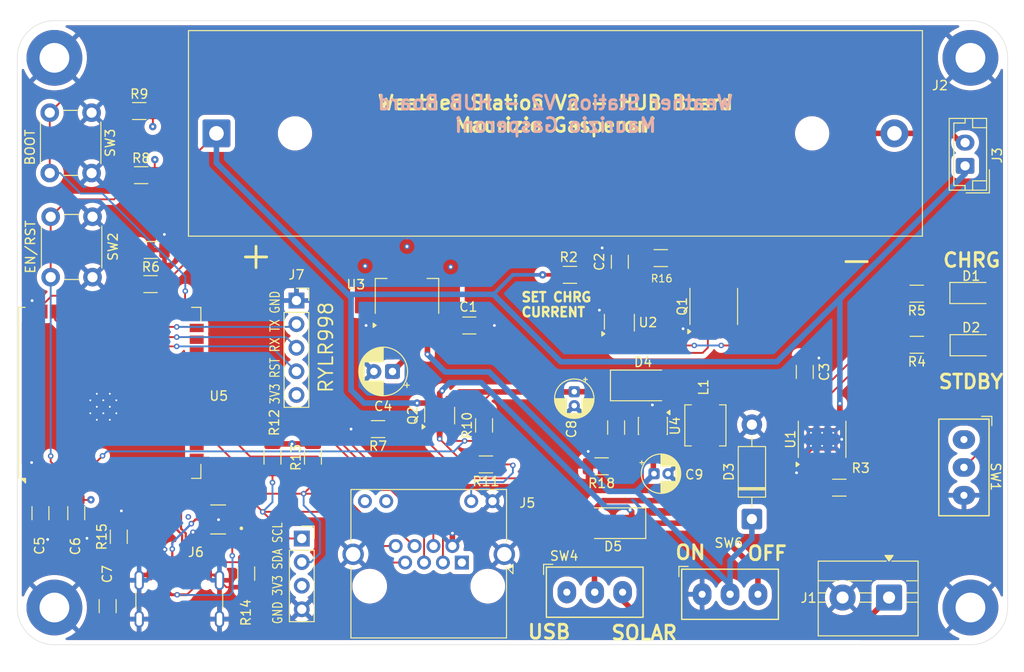
<source format=kicad_pcb>
(kicad_pcb (version 20241229) (generator "pcbnew") (generator_version "9.0")
  (title_block (title "Weather Station V2 PCB") (date "2025-11-13") (rev "2"))
  (layers (0 "F.Cu" signal) (4 "In1.Cu" power "GND.Cu") (6 "In2.Cu" mixed "PWR.Cu") (2 "B.Cu" signal) (13 "F.Paste" user) (15 "B.Paste" user) (5 "F.SilkS" user "F.Silkscreen") (7 "B.SilkS" user "B.Silkscreen") (1 "F.Mask" user) (3 "B.Mask" user) (25 "Edge.Cuts" user))
  (net 0 "")
  (net 1 "GND")
  (net 2 "Net-(U2-VCC)")
  (net 3 "Net-(D1-K)")
  (net 4 "Net-(D1-A)")
  (net 5 "Net-(D2-K)")
  (net 6 "Net-(D5-K)")
  (net 7 "Net-(J1-Pin_1)")
  (net 8 "/BAT+")
  (net 9 "/BAT-")
  (net 10 "Net-(Q2B-S)")
  (net 11 "/W_SPEED")
  (net 12 "/SDA")
  (net 13 "/SCL")
  (net 14 "/Vin")
  (net 15 "+3V3")
  (net 16 "Net-(J6-CC1)")
  (net 18 "Net-(J6-CC2)")
  (net 20 "/RST")
  (net 21 "/TXD0")
  (net 22 "/RXD0")
  (net 23 "Net-(Q1B-S2)")
  (net 24 "Net-(Q1A-G1)")
  (net 25 "Net-(Q1B-G2)")
  (net 26 "/SENSOR_EN")
  (net 27 "/VBAT")
  (net 28 "Net-(U2-CS)")
  (net 29 "Net-(U1-PROG)")
  (net 30 "/D-")
  (net 31 "/D+")
  (net 32 "/EN")
  (net 33 "/IO0")
  (net 51 "Net-(SW4-A)")
  (net 53 "/STDBY")
  (net 54 "/CHRG")
  (net 56 "Net-(J5-Pad10)")
  (net 58 "+5V")
  (net 60 "unconnected-(U5-IO16-Pad9)")
  (net 62 "unconnected-(U5-IO8-Pad12)")
  (net 63 "unconnected-(U5-IO7-Pad7)")
  (net 64 "/GPIO11")
  (net 65 "/GPIO13")
  (net 66 "/GPIO12")
  (net 68 "Net-(U4-FB)")
  (net 70 "Net-(D4-A)")
  (net 71 "/PWR_ToSensors")
  (footprint "PCM_SL_Mechanical:MountingHole_3.2mm_Pad" (layer "F.Cu") (at 190.9875 61.8)
    (property "Reference" "H3" (hide yes))
    (property "Value" "MountingHole_M3_3.2mm_Pad" (hide yes))
  )
  (footprint "RF_Module:ESP32-S3-WROOM-1U" (layer "F.Cu") (at 98.4375 97.85 90)
    (property "Reference" "U5")
    (property "Value" "ESP32-S3-WROOM-1U" (hide yes))
  )
  (footprint "Capacitor_SMD:C_1206_3216Metric" (layer "F.Cu") (at 94.8375 110.8 -90)
    (property "Reference" "C6")
    (property "Value" "1u")
  )
  (footprint "PCM_SL_Mechanical:MountingHole_3.2mm_Pad" (layer "F.Cu") (at 92.4875 120.95)
    (property "Reference" "H2" (hide yes))
    (property "Value" "MountingHole_M3_3.2mm_Pad" (hide yes))
  )
  (footprint "Package_TO_SOT_SMD:SOT-23-6_Handsoldering" (layer "F.Cu") (at 133.9125 100.3 90)
    (property "Reference" "Q2")
    (property "Value" "DMP2240UDM-7" (hide yes))
  )
  (footprint "Resistor_SMD:R_1206_3216Metric" (layer "F.Cu") (at 185.225 92.675 180)
    (property "Reference" "R4")
    (property "Value" "330" (hide yes))
  )
  (footprint "Capacitor_SMD:C_1206_3216Metric" (layer "F.Cu") (at 90.9875 110.8 -90)
    (property "Reference" "C5")
    (property "Value" "0,22u")
  )
  (footprint "Capacitor_THT:CP_Radial_D4.0mm_P1.50mm" (layer "F.Cu") (at 148.3875 97.727401 -90)
    (property "Reference" "C8")
    (property "Value" "22uF" (hide yes))
  )
  (footprint "Package_TO_SOT_SMD:SOT-23-6" (layer "F.Cu") (at 156.8375 101.4125 -90)
    (property "Reference" "U4")
    (property "Value" "MT3608" (hide yes))
  )
  (footprint "Button_Switch_THT:SW_PUSH_6mm" (layer "F.Cu") (at 92.0875 85.4 90)
    (property "Reference" "SW2")
    (property "Value" "EN/RST")
  )
  (footprint "PCM_SL_Mechanical:MountingHole_3.2mm_Pad" (layer "F.Cu") (at 92.4875 61.8)
    (property "Reference" "H1" (hide yes))
    (property "Value" "MountingHole_M3_3.2mm_Pad" (hide yes))
  )
  (footprint "Package_SO:SOIC-8-1EP_3.9x4.9mm_P1.27mm_EP2.41x3.3mm_ThermalVias" (layer "F.Cu") (at 175.0375 102.85 90)
    (property "Reference" "U1")
    (property "Value" "TP4056")
  )
  (footprint "Battery:BatteryHolder_MPD_BH-18650-PC" (layer "F.Cu") (at 109.9125 69.925)
    (property "Reference" "J2")
    (property "Value" "18650")
  )
  (footprint "Resistor_SMD:R_1206_3216Metric" (layer "F.Cu") (at 102.825 86.15)
    (property "Reference" "R1" (hide yes))
    (property "Value" "5.1K")
  )
  (footprint "Resistor_SMD:R_1206_3216Metric" (layer "F.Cu") (at 102.8625 82.475 180)
    (property "Reference" "R6")
    (property "Value" "18K")
  )
  (footprint "Capacitor_SMD:C_1206_3216Metric" (layer "F.Cu") (at 173.1725 95.6 90)
    (property "Reference" "C3")
    (property "Value" "0.1u")
  )
  (footprint "Capacitor_SMD:C_1206_3216Metric" (layer "F.Cu") (at 98.2125 120.8 90)
    (property "Reference" "C7")
    (property "Value" "0.1u")
  )
  (footprint "Capacitor_THT:CP_Radial_D4.0mm_P1.50mm" (layer "F.Cu") (at 156.964901 106.55)
    (property "Reference" "C9")
    (property "Value" "22uF" (hide yes))
  )
  (footprint "PCM_SL_Mechanical:MountingHole_3.2mm_Pad" (layer "F.Cu") (at 190.9875 120.95)
    (property "Reference" "H4" (hide yes))
    (property "Value" "MountingHole_M3_3.2mm_Pad" (hide yes))
  )
  (footprint "Resistor_SMD:R_1206_3216Metric" (layer "F.Cu") (at 101.8125 74.425)
    (property "Reference" "R8")
    (property "Value" "10K")
  )
  (footprint "Capacitor_THT:CP_Radial_D5.0mm_P2.00mm" (layer "F.Cu") (at 128.842613 95.55 180)
    (property "Reference" "C4")
    (property "Value" "10uF" (hide yes))
  )
  (footprint "TerminalBlock:TerminalBlock_MaiXu_MX126-5.0-02P_1x02_P5.00mm" (layer "F.Cu") (at 182.2375 119.875 180)
    (property "Reference" "J1")
    (property "Value" "SOLAR IN")
  )
  (footprint "Resistor_SMD:R_1206_3216Metric" (layer "F.Cu") (at 157.6875 83.35)
    (property "Reference" "R16" (hide yes))
    (property "Value" "5K" (hide yes))
  )
  (footprint "Resistor_SMD:R_1206_3216Metric" (layer "F.Cu") (at 138.6875 101.35 90)
    (property "Reference" "R10")
    (property "Value" "10K")
  )
  (footprint "Resistor_SMD:R_1206_3216Metric" (layer "F.Cu") (at 176.8875 108.05)
    (property "Reference" "R3")
    (property "Value" "1K" (hide yes))
  )
  (footprint "Capacitor_SMD:C_1206_3216Metric" (layer "F.Cu") (at 153.2875 83.75 90)
    (property "Reference" "C2")
    (property "Value" "0.1u" (hide yes))
  )
  (footprint "Resistor_SMD:R_1206_3216Metric" (layer "F.Cu") (at 185.2125 87.175 180)
    (property "Reference" "R5")
    (property "Value" "330" (hide yes))
  )
  (footprint "Package_TO_SOT_SMD:SOT-23-6_Handsoldering" (layer "F.Cu") (at 153.2375 90.3 90)
    (property "Reference" "U2")
    (property "Value" "DW01A" (hide yes))
  )
  (footprint "Resistor_SMD:R_1206_3216Metric" (layer "F.Cu") (at 120.2875 104.8 90)
    (property "Reference" "R13")
    (property "Value" "4.7K" (hide yes))
  )
  (footprint "Capacitor_SMD:C_1206_3216Metric" (layer "F.Cu") (at 137.1 90.6)
    (property "Reference" "C1")
    (property "Value" "10uF")
  )
  (footprint "Connector_RJ:RJ45_Amphenol_RJHSE538X" (layer "F.Cu") (at 136.2975 116.11 180)
    (property "Reference" "J5")
    (property "Value" "SENSORS")
  )
  (footprint "Resistor_SMD:R_1206_3216Metric" (layer "F.Cu") (at 152.8875 101.5875 -90)
    (property "Reference" "R17" (hide yes))
    (property "Value" "150K" (hide yes))
  )
  (footprint "Package_SO:SOIC-8_3.9x4.9mm_P1.27mm" (layer "F.Cu") (at 163.3875 88.55 90)
    (property "Reference" "Q1")
    (property "Value" "AO4842")
  )
  (footprint "Button_Switch_THT:SW_PUSH_6mm" (layer "F.Cu") (at 96.4875 67.7 -90)
    (property "Reference" "SW3")
    (property "Value" "BOOT")
  )
  (footprint "LED_SMD:LED_1206_3216Metric" (layer "F.Cu") (at 191.0625 87.105)
    (property "Reference" "D1")
    (property "Value" "CHRG")
  )
  (footprint "Resistor_SMD:R_1206_3216Metric" (layer "F.Cu") (at 151.325 105.75 180)
    (property "Reference" "R18")
    (property "Value" "20K" (hide yes))
  )
  (footprint "TPD3S014DBVR:SOT95P280X145-6N" (layer "F.Cu") (at 110.0925 111.475 180)
    (property "Reference" "U6" (hide yes))
    (property "Value" "TPD3S014DBVR" (hide yes))
  )
  (footprint "Resistor_SMD:R_1206_3216Metric" (layer "F.Cu") (at 99.4125 113.3375 90)
    (property "Reference" "R15")
    (property "Value" "5.1K" (hide yes))
  )
  (footprint "Diode_THT:D_DO-41_SOD81_P10.16mm_Horizontal" (layer "F.Cu") (at 167.4875 111.43 90)
    (property "Reference" "D3")
    (property "Value" "5V")
  )
  (footprint "Resistor_SMD:R_1206_3216Metric" (layer "F.Cu") (at 147.925 85.15)
    (property "Reference" "R2")
    (property "Value" "100" (hide yes))
  )
  (footprint "Resistor_SMD:R_1206_3216Metric" (layer "F.Cu") (at 101.6125 67.525)
    (property "Reference" "R9")
    (property "Value" "10K")
  )
  (footprint "Connector_PinSocket_2.54mm:PinSocket_1x04_P2.54mm_Vertical" (layer "F.Cu") (at 119.0875 113.52)
    (property "Reference" "J8" (hide yes))
    (property "Value" "Breakout" (hide yes))
  )
  (footprint "PCM_SL_Devices:Slide_Switch_SPDT_P3mm_10x5x10mm" (layer "F.Cu") (at 162.1375 119.525)
    (property "Reference" "SW6")
    (property "Value" "POWER")
  )
  (footprint "Diode_SMD:D_SMA" (layer "F.Cu") (at 155.7875 97.05)
    (property "Reference" "D4")
    (property "Value" "SS34")
  )
  (footprint "PCM_SL_Devices:Slide_Switch_SPDT_P3mm_10x5x10mm" (layer "F.Cu") (at 147.5875 119.3)
    (property "Reference" "SW4")
    (property "Value" "POWER_SELECT")
  )
  (footprint "Connector_PinSocket_2.54mm:PinSocket_1x05_P2.54mm_Vertical" (layer "F.Cu") (at 118.5125 87.915)
    (property "Reference" "J7")
    (property "Value" "RYLR998" (hide yes))
  )
  (footprint "Resistor_SMD:R_1206_3216Metric" (layer "F.Cu") (at 113.1125 117.3 -90)
    (property "Reference" "R14")
    (property "Value" "5.1K" (hide yes))
  )
  (footprint "Connector_JST:JST_EH_B2B-EH-A_1x02_P2.50mm_Vertical" (layer "F.Cu") (at 190.4125 73.425 90)
    (property "Reference" "J3")
    (property "Value" "Battery_AUX")
  )
  (footprint "Package_TO_SOT_SMD:SOT-223-3_TabPin2" (layer "F.Cu") (at 130.4 87.45 90)
    (property "Reference" "U3")
    (property "Value" "LM1117MP-3.3")
  )
  (footprint "LED_SMD:LED_1206_3216Metric" (layer "F.Cu") (at 191.0875 92.725)
    (property "Reference" "D2")
    (property "Value" "STDBY")
  )
  (footprint "Diode_SMD:D_SMA" (layer "F.Cu") (at 152.5625 111.875 180)
    (property "Reference" "D5")
    (property "Value" "SS34" (hide yes))
  )
  (footprint "Connector_USB:USB_C_Receptacle_GCT_USB4105-xx-A_16P_TopMnt_Horizontal" (layer "F.Cu") (at 105.9175 121.125)
    (property "Reference" "J6")
    (property "Value" "USB_C")
  )
  (footprint "Resistor_SMD:R_1206_3216Metric" (layer "F.Cu") (at 127.2875 101.75 180)
    (property "Reference" "R7")
    (property "Value" "10K" (hide yes))
  )
  (footprint "PCM_SL_Devices:Slide_Switch_SPDT_P3mm_10x5x10mm" (layer "F.Cu") (at 190.2875 102.875 -90)
    (property "Reference" "SW1")
    (property "Value" "LED_ENABLE")
  )
  (footprint "Inductor_SMD:L_APV_APH0420" (layer "F.Cu") (at 162.4875 101.35 90)
    (property "Reference" "L1")
    (property "Value" "4.7uH" (hide yes))
  )
  (footprint "Resistor_SMD:R_1206_3216Metric" (layer "F.Cu") (at 115.9375 104.8 90)
    (property "Reference" "R12")
    (property "Value" "4.7K" (hide yes))
  )
  (footprint "Resistor_SMD:R_1206_3216Metric" (layer "F.Cu") (at 138.8875 105.55 180)
    (property "Reference" "R11")
    (property "Value" "150")
  )
  (gr_line (start 88.4875 120.95) (end 88.4875 61.8) (stroke (width 0.05)) (layer "Edge.Cuts"))
  (gr_line (start 190.9875 124.95) (end 92.4875 124.95) (stroke (width 0.05)) (layer "Edge.Cuts"))
  (gr_arc (start 88.4875 61.8) (mid 89.659073 58.971573) (end 92.4875 57.8) (stroke (width 0.05)) (layer "Edge.Cuts"))
  (gr_line (start 92.4875 57.8) (end 190.9875 57.8) (stroke (width 0.05)) (layer "Edge.Cuts"))
  (gr_arc (start 194.9875 120.95) (mid 193.815927 123.778427) (end 190.9875 124.95) (stroke (width 0.05)) (layer "Edge.Cuts"))
  (gr_arc (start 190.9875 57.8) (mid 193.815927 58.971573) (end 194.9875 61.8) (stroke (width 0.05)) (layer "Edge.Cuts"))
  (gr_line (start 194.9875 61.8) (end 194.9875 120.95) (stroke (width 0.05)) (layer "Edge.Cuts"))
  (gr_arc (start 92.4875 124.95) (mid 89.659073 123.778427) (end 88.4875 120.95) (stroke (width 0.05)) (layer "Edge.Cuts"))
  (gr_text "SOLAR" (at 152.2125 124.55 0) (layer "F.SilkS") (effects (font (size 1.5 1.5) (thickness 0.3) (bold yes)) (justify left bottom)))
  (gr_text "3V3 RST RX TX GND" (at 116.7875 99.15 90) (layer "F.SilkS") (effects (font (size 1 0.8) (thickness 0.125)) (justify left bottom)))
  (gr_text "ON" (at 159.1125 115.9 0) (layer "F.SilkS") (effects (font (size 1.5 1.5) (thickness 0.3) (bold yes)) (justify left bottom)))
  (gr_text "GND 3V3 SDA SCL" (at 117.075 122.81 90) (layer "F.SilkS") (effects (font (size 1 0.8) (thickness 0.125)) (justify left bottom)))
  (gr_text "SET CHRG \nCURRENT" (at 142.5875 89.75 0) (layer "F.SilkS") (effects (font (size 1 1) (thickness 0.25) (bold yes)) (justify left bottom)))
  (gr_text "OFF" (at 166.8625 116 0) (layer "F.SilkS") (effects (font (size 1.5 1.5) (thickness 0.3) (bold yes)) (justify left bottom)))
  (gr_text "Weather Station V2 - HUB Board\nMaurizio Gasperoni\n" (at 146.3625 69.925 0) (layer "F.SilkS") (effects (font (size 1.5 1.5) (thickness 0.3) (bold yes)) (justify bottom)))
  (gr_text "USB" (at 143.2375 124.45 0) (layer "F.SilkS") (effects (font (size 1.5 1.5) (thickness 0.3) (bold yes)) (justify left bottom)))
  (gr_text "+" (at 112.1125 84.75 0) (layer "F.SilkS") (effects (font (size 3 3) (thickness 0.3) (bold yes)) (justify left bottom)))
  (gr_text "RYLR998" (at 122.5625 97.975 90) (layer "F.SilkS") (effects (font (size 1.5 1.5) (thickness 0.1875)) (justify left bottom)))
  (gr_text "CHRG" (at 187.8875 84.45 0) (layer "F.SilkS") (effects (font (size 1.5 1.5) (thickness 0.3) (bold yes)) (justify left bottom)))
  (gr_text "STDBY" (at 187.4125 97.525 0) (layer "F.SilkS") (effects (font (size 1.5 1.5) (thickness 0.3) (bold yes)) (justify left bottom)))
  (gr_text "-" (at 176.6875 85.25 0) (layer "F.SilkS") (effects (font (size 3 3) (thickness 0.3) (bold yes)) (justify left bottom)))
  (gr_text "Weather Station V2 - HUB Board\nMaurizio Gasperoni\n" (at 146.3625 69.925 0) (layer "B.SilkS") (effects (font (size 1.5 1.5) (thickness 0.3) (bold yes)) (justify bottom mirror)))
  (via (at 106.8875 111.2) (size 0.6) (drill 0.3) (layers "F.Cu" "B.Cu") (net 0))
  (segment (start 174.6625 94.125) (end 174.6875 94.1) (width 0.2) (layer "F.Cu") (net 1))
  (segment (start 102.1725 117.445) (end 101.5975 118.02) (width 0.3) (layer "F.Cu") (net 1))
  (segment (start 104.325 80.8125) (end 104.3125 80.8) (width 0.2) (layer "F.Cu") (net 1))
  (segment (start 102.7175 117.445) (end 102.1725 117.445) (width 0.3) (layer "F.Cu") (net 1))
  (segment (start 135.2815 114.33) (end 135.2815 112.956) (width 0.6) (layer "F.Cu") (net 1))
  (segment (start 111.3475 111.475) (end 110.1625 111.475) (width 0.2) (layer "F.Cu") (net 1))
  (segment (start 90.7375 112.6) (end 91.7625 113.625) (width 0.2) (layer "F.Cu") (net 1))
  (segment (start 175.6725 105.325) (end 175.6725 103.485) (width 0.6) (layer "F.Cu") (net 1))
  (segment (start 152.2875 88.95) (end 151.0875 88.95) (width 0.3) (layer "F.Cu") (net 1))
  (segment (start 109.1175 117.445) (end 109.6625 117.445) (width 0.3) (layer "F.Cu") (net 1))
  (segment (start 135.2815 112.956) (end 135.2875 112.95) (width 0.6) (layer "F.Cu") (net 1))
  (segment (start 90.0375 105.35) (end 90.0375 106.59) (width 0.2) (layer "F.Cu") (net 1))
  (segment (start 125.825 101.75) (end 124.3875 101.75) (width 0.2) (layer "F.Cu") (net 1))
  (segment (start 156.8375 99.2) (end 156.7875 99.15) (width 0.6) (layer "F.Cu") (net 1))
  (segment (start 156.8375 100.275) (end 156.8375 99.2) (width 0.6) (layer "F.Cu") (net 1))
  (segment (start 151.4125 82.275) (end 151.3875 82.25) (width 0.3) (layer "F.Cu") (net 1))
  (segment (start 173.1325 105.605) (end 172.2875 106.45) (width 0.4) (layer "F.Cu") (net 1))
  (segment (start 161.4825 91.025) (end 160.1625 91.025) (width 0.6) (layer "F.Cu") (net 1))
  (segment (start 90.7375 112.375) (end 90.7375 112.6) (width 0.2) (layer "F.Cu") (net 1))
  (segment (start 101.5475 122.15) (end 101.5975 122.2) (width 0.3) (layer "F.Cu") (net 1))
  (segment (start 109.6625 117.445) (end 110.2375 118.02) (width 0.3) (layer "F.Cu") (net 1))
  (segment (start 90.0875 88.68) (end 90.0775 88.69) (width 0.2) (layer "F.Cu") (net 1))
  (segment (start 177.1475 102.85) (end 175.0375 102.85) (width 0.3) (layer "F.Cu") (net 1))
  (segment (start 90.0875 87.925) (end 90.0875 88.68) (width 0.2) (layer "F.Cu") (net 1))
  (segment (start 153.2875 82.275) (end 151.4125 82.275) (width 0.3) (layer "F.Cu") (net 1))
  (segment (start 90.0375 106.59) (end 90.0275 106.6) (width 0.2) (layer "F.Cu") (net 1))
  (segment (start 128.1 90.6) (end 126 90.6) (width 0.6) (layer "F.Cu") (net 1))
  (segment (start 175.6725 103.485) (end 175.0375 102.85) (width 0.6) (layer "F.Cu") (net 1))
  (segment (start 99.6875 111.6) (end 99.4125 111.875) (width 0.2) (layer "F.Cu") (net 1))
  (segment (start 110.98 118.7625) (end 110.2375 118.02) (width 0.2) (layer "F.Cu") (net 1))
  (segment (start 138.575 90.6) (end 139.8 90.6) (width 0.6) (layer "F.Cu") (net 1))
  (segment (start 160.1625 91.025) (end 160.0875 90.95) (width 0.6) (layer "F.Cu") (net 1))
  (segment (start 94.8125 112.325) (end 95.9875 113.5) (width 0.2) (layer "F.Cu") (net 1))
  (segment (start 99.6875 110.55) (end 99.6875 111.6) (width 0.2) (layer "F.Cu") (net 1))
  (segment (start 173.1325 105.325) (end 173.1325 105.605) (width 0.4) (layer "F.Cu") (net 1))
  (segment (start 173.1325 104.755) (end 175.0375 102.85) (width 0.2) (layer "F.Cu") (net 1))
  (segment (start 113.1125 118.7625) (end 110.98 118.7625) (width 0.2) (layer "F.Cu") (net 1))
  (segment (start 110.1625 111.475) (end 110.1375 111.5) (width 0.2) (layer "F.Cu") (net 1))
  (segment (start 149.8625 105.75) (end 149.8625 104.175) (width 0.3) (layer "F.Cu") (net 1))
  (segment (start 104.325 82.475) (end 104.325 80.8125) (width 0.2) (layer "F.Cu") (net 1))
  (segment (start 173.1725 94.125) (end 174.6625 94.125) (width 0.6) (layer "F.Cu") (net 1))
  (segment (start 97.8375 122.15) (end 101.5475 122.15) (width 0.3) (layer "F.Cu") (net 1))
  (segment (start 97.7975 100.215) (end 97.8125 100.2) (width 0.3) (layer "F.Cu") (net 1))
  (segment (start 149.8625 104.175) (end 149.8875 104.15) (width 0.3) (layer "F.Cu") (net 1))
  (segment (start 173.1325 105.325) (end 173.1325 104.755) (width 0.2) (layer "F.Cu") (net 1))
  (segment (start 94.5875 112.325) (end 94.8125 112.325) (width 0.2) (layer "F.Cu") (net 1))
  (via (at 149.8875 104.15) (size 0.6) (drill 0.3) (layers "F.Cu" "B.Cu") (net 1))
  (via (at 90.0375 105.35) (size 0.6) (drill 0.3) (layers "F.Cu" "B.Cu") (net 1))
  (via (at 160.0875 90.95) (size 0.6) (drill 0.3) (layers "F.Cu" "B.Cu") (net 1))
  (via (at 104.3125 80.8) (size 0.6) (drill 0.3) (layers "F.Cu" "B.Cu") (net 1))
  (via (at 174.6875 94.1) (size 0.6) (drill 0.3) (layers "F.Cu" "B.Cu") (net 1))
  (via (at 139.8 90.6) (size 0.6) (drill 0.3) (layers "F.Cu" "B.Cu") (net 1))
  (via (at 90.0875 87.925) (size 0.6) (drill 0.3) (layers "F.Cu" "B.Cu") (net 1))
  (via (at 156.7875 99.15) (size 0.6) (drill 0.3) (layers "F.Cu" "B.Cu") (net 1))
  (via (at 126 90.6) (size 0.6) (drill 0.3) (layers "F.Cu" "B.Cu") (net 1))
  (via (at 104.3375 114.7) (size 0.6) (drill 0.3) (layers "F.Cu" "B.Cu") (net 1))
  (via (at 99.6875 110.55) (size 0.6) (drill 0.3) (layers "F.Cu" "B.Cu") (net 1))
  (via (at 110.1375 111.5) (size 0.6) (drill 0.3) (layers "F.Cu" "B.Cu") (net 1))
  (via (at 91.7625 113.625) (size 0.6) (drill 0.3) (layers "F.Cu" "B.Cu") (net 1))
  (via (at 135.2875 112.95) (size 0.6) (drill 0.3) (layers "F.Cu" "B.Cu") (net 1))
  (via (at 124.3875 101.75) (size 0.6) (drill 0.3) (layers "F.Cu" "B.Cu") (net 1))
  (via (at 151.3875 82.25) (size 0.6) (drill 0.3) (layers "F.Cu" "B.Cu") (net 1))
  (via (at 151.0875 88.95) (size 0.6) (drill 0.3) (layers "F.Cu" "B.Cu") (net 1))
  (via (at 107.3875 112.85) (size 0.6) (drill 0.3) (layers "F.Cu" "B.Cu") (net 1))
  (via (at 172.2875 106.45) (size 0.6) (drill 0.3) (layers "F.Cu" "B.Cu") (net 1))
  (via (at 177.1475 102.85) (size 0.6) (drill 0.3) (layers "F.Cu" "B.Cu") (net 1))
  (via (at 95.9875 113.5) (size 0.6) (drill 0.3) (layers "F.Cu" "B.Cu") (net 1))
  (segment (start 149.4625 85.225) (end 153.2875 85.225) (width 0.4) (layer "F.Cu") (net 2))
  (segment (start 149.3875 85.15) (end 149.4625 85.225) (width 0.4) (layer "F.Cu") (net 2))
  (segment (start 153.2125 85.15) (end 153.2875 85.225) (width 0.3) (layer "F.Cu") (net 2))
  (segment (start 153.2875 88.9) (end 153.2375 88.95) (width 0.3) (layer "F.Cu") (net 2))
  (segment (start 153.2875 85.225) (end 153.2875 88.9) (width 0.3) (layer "F.Cu") (net 2))
  (segment (start 189.6625 87.105) (end 186.745 87.105) (width 0.2) (layer "F.Cu") (net 3))
  (segment (start 186.745 87.105) (end 186.675 87.175) (width 0.2) (layer "F.Cu") (net 3))
  (segment (start 192.4875 92.725) (end 192.4875 103.675) (width 0.2) (layer "F.Cu") (net 4))
  (segment (start 192.4875 103.675) (end 190.2875 105.875) (width 0.2) (layer "F.Cu") (net 4))
  (segment (start 192.4625 87.105) (end 192.4875 87.13) (width 0.2) (layer "F.Cu") (net 4))
  (segment (start 192.4875 87.13) (end 192.4875 92.725) (width 0.2) (layer "F.Cu") (net 4))
  (segment (start 186.6875 92.675) (end 189.6375 92.675) (width 0.2) (layer "F.Cu") (net 5))
  (segment (start 189.6375 92.675) (end 189.6875 92.725) (width 0.2) (layer "F.Cu") (net 5))
  (segment (start 154.3875 110.45) (end 154.5625 110.625) (width 0.6) (layer "F.Cu") (net 6))
  (segment (start 154.5625 111.875) (end 162.875 111.875) (width 0.6) (layer "F.Cu") (net 6))
  (segment (start 168.1375 117.1375) (end 168.1375 119.525) (width 0.6) (layer "F.Cu") (net 6))
  (segment (start 134.1875 97.625) (end 133.9125 97.9) (width 0.6) (layer "F.Cu") (net 6))
  (segment (start 154.5625 110.625) (end 154.5625 111.875) (width 0.6) (layer "F.Cu") (net 6))
  (segment (start 133.9125 97.9) (end 133.9125 98.95) (width 0.6) (layer "F.Cu") (net 6))
  (segment (start 154.5625 111.875) (end 154.5625 111.95) (width 0.3) (layer "F.Cu") (net 6))
  (segment (start 162.875 111.875) (end 168.1375 117.1375) (width 0.6) (layer "F.Cu") (net 6))
  (via (at 154.3875 110.45) (size 0.6) (drill 0.3) (layers "F.Cu" "B.Cu") (net 6))
  (via (at 134.1875 97.625) (size 0.6) (drill 0.3) (layers "F.Cu" "B.Cu") (net 6))
  (segment (start 138.3875 96.75) (end 151.7875 110.15) (width 0.6) (layer "B.Cu") (net 6))
  (segment (start 134.1875 97.625) (end 134.1875 97.55) (width 0.6) (layer "B.Cu") (net 6))
  (segment (start 134.1875 97.55) (end 134.9875 96.75) (width 0.6) (layer "B.Cu") (net 6))
  (segment (start 154.0875 110.15) (end 154.3875 110.45) (width 0.6) (layer "B.Cu") (net 6))
  (segment (start 134.9875 96.75) (end 138.3875 96.75) (width 0.6) (layer "B.Cu") (net 6))
  (segment (start 151.7875 110.15) (end 154.0875 110.15) (width 0.6) (layer "B.Cu") (net 6))
  (segment (start 182.2875 119.825) (end 178.1125 124) (width 0.6) (layer "F.Cu") (net 7))
  (segment (start 157.4125 124) (end 153.5875 120.175) (width 0.6) (layer "F.Cu") (net 7))
  (segment (start 153.5875 120.4) (end 153.5875 119.3) (width 0.3) (layer "F.Cu") (net 7))
  (segment (start 153.5875 120.175) (end 153.5875 119.3) (width 0.3) (layer "F.Cu") (net 7))
  (segment (start 178.1125 124) (end 157.4125 124) (width 0.6) (layer "F.Cu") (net 7))
  (segment (start 131.4875 98.95) (end 132.9625 98.95) (width 0.6) (layer "F.Cu") (net 8))
  (segment (start 109.9125 69.925) (end 107.0875 72.75) (width 0.2) (layer "F.Cu") (net 8))
  (segment (start 107.0875 72.75) (end 107.0875 83.35) (width 0.2) (layer "F.Cu") (net 8))
  (segment (start 176.9475 98.985) (end 176.9475 100.37) (width 0.6) (layer "F.Cu") (net 8))
  (segment (start 144.9875 85.15) (end 146.4625 85.15) (width 0.4) (layer "F.Cu") (net 8))
  (segment (start 107.0875 83.35) (end 104.2875 86.15) (width 0.2) (layer "F.Cu") (net 8))
  (segment (start 176.9475 100.37) (end 176.9425 100.375) (width 0.4) (layer "F.Cu") (net 8))
  (via (at 176.9475 98.985) (size 0.6) (drill 0.3) (layers "F.Cu" "B.Cu") (net 8))
  (via (at 144.9875 85.15) (size 0.8) (drill 0.3) (layers "F.Cu" "B.Cu") (net 8))
  (via (at 131.4875 98.95) (size 0.8) (drill 0.3) (layers "F.Cu" "B.Cu") (net 8))
  (segment (start 124.05 87.25) (end 123.76875 86.96875) (width 0.6) (layer "B.Cu") (net 8))
  (segment (start 126.5875 98.95) (end 131.4875 98.95) (width 0.6) (layer "B.Cu") (net 8))
  (segment (start 139.6875 87.25) (end 124.05 87.25) (width 0.6) (layer "B.Cu") (net 8))
  (segment (start 146.9375 94.5) (end 170.1875 94.5) (width 0.6) (layer "B.Cu") (net 8))
  (segment (start 176.9475 98.985) (end 176.9475 87.74) (width 0.6) (layer "B.Cu") (net 8))
  (segment (start 124.3875 87.5875) (end 124.3875 97.55) (width 0.6) (layer "B.Cu") (net 8))
  (segment (start 190.4125 74.275) (end 190.4125 73.425) (width 0.6) (layer "B.Cu") (net 8))
  (segment (start 123.76875 86.96875) (end 124.3875 87.5875) (width 0.6) (layer "B.Cu") (net 8))
  (segment (start 176.9475 87.74) (end 177.1375 87.55) (width 0.6) (layer "B.Cu") (net 8))
  (segment (start 139.6875 87.25) (end 146.9375 94.5) (width 0.6) (layer "B.Cu") (net 8))
  (segment (start 177.1375 87.55) (end 190.4125 74.275) (width 0.6) (layer "B.Cu") (net 8))
  (segment (start 124.3875 97.55) (end 125.7875 98.95) (width 0.6) (layer "B.Cu") (net 8))
  (segment (start 109.9125 73.1125) (end 109.9125 69.925) (width 0.6) (layer "B.Cu") (net 8))
  (segment (start 141.7875 85.15) (end 139.6875 87.25) (width 0.4) (layer "B.Cu") (net 8))
  (segment (start 170.1875 94.5) (end 177.1375 87.55) (width 0.6) (layer "B.Cu") (net 8))
  (segment (start 125.7875 98.95) (end 126.5875 98.95) (width 0.6) (layer "B.Cu") (net 8))
  (segment (start 144.9875 85.15) (end 141.7875 85.15) (width 0.4) (layer "B.Cu") (net 8))
  (segment (start 123.76875 86.96875) (end 109.9125 73.1125) (width 0.6) (layer "B.Cu") (net 8))
  (segment (start 182.8125 69.925) (end 180.0125 69.925) (width 0.6) (layer "F.Cu") (net 9))
  (segment (start 165.2925 84.645) (end 165.2925 86.075) (width 0.6) (layer "F.Cu") (net 9))
  (segment (start 159.15 83.35) (end 162.9925 83.35) (width 0.3) (layer "F.Cu") (net 9))
  (segment (start 163.9925 86.045) (end 164.0225 86.075) (width 0.3) (layer "F.Cu") (net 9))
  (segment (start 165.2925 86.075) (end 164.0225 86.075) (width 0.6) (layer "F.Cu") (net 9))
  (segment (start 182.8125 70.325) (end 182.8125 69.925) (width 0.6) (layer "F.Cu") (net 9))
  (segment (start 162.9925 83.35) (end 163.9925 84.35) (width 0.3) (layer "F.Cu") (net 9))
  (segment (start 163.9925 84.35) (end 163.9925 86.045) (width 0.3) (layer "F.Cu") (net 9))
  (segment (start 189.9375 70.925) (end 188.9375 69.925) (width 0.6) (layer "F.Cu") (net 9))
  (segment (start 188.9375 69.925) (end 182.8125 69.925) (width 0.6) (layer "F.Cu") (net 9))
  (segment (start 190.4125 70.925) (end 189.9375 70.925) (width 0.6) (layer "F.Cu") (net 9))
  (segment (start 180.0125 69.925) (end 165.2925 84.645) (width 0.6) (layer "F.Cu") (net 9))
  (segment (start 136.6625 105.55) (end 133.9125 102.8) (width 0.2) (layer "F.Cu") (net 10))
  (segment (start 137.425 105.55) (end 136.6625 105.55) (width 0.2) (layer "F.Cu") (net 10))
  (segment (start 133.9125 102.8) (end 133.9125 101.65) (width 0.6) (layer "F.Cu") (net 10))
  (via (at 133.9125 102.8) (size 0.6) (drill 0.3) (layers "F.Cu" "B.Cu") (net 10))
  (segment (start 120.7875 104.7) (end 122.8375 106.75) (width 0.2) (layer "F.Cu") (net 11))
  (segment (start 127.6875 113) (end 129.7875 113) (width 0.2) (layer "F.Cu") (net 11))
  (segment (start 109.8625 101.025) (end 113.5375 104.7) (width 0.2) (layer "F.Cu") (net 11))
  (segment (start 131.1175 114.33) (end 131.2175 114.33) (width 0.2) (layer "F.Cu") (net 11))
  (segment (start 129.7875 113) (end 131.1175 114.33) (width 0.2) (layer "F.Cu") (net 11))
  (segment (start 113.5375 104.7) (end 120.7875 104.7) (width 0.2) (layer "F.Cu") (net 11))
  (segment (start 107.7875 101.025) (end 109.8625 101.025) (width 0.2) (layer "F.Cu") (net 11))
  (segment (start 122.8375 108.15) (end 127.6875 113) (width 0.2) (layer "F.Cu") (net 11))
  (segment (start 122.8375 106.75) (end 122.8375 108.15) (width 0.2) (layer "F.Cu") (net 11))
  (segment (start 119.2875 108.7) (end 122.0875 108.7) (width 0.2) (layer "F.Cu") (net 12))
  (segment (start 120.2875 107.7) (end 119.2875 108.7) (width 0.2) (layer "F.Cu") (net 12))
  (segment (start 107.7875 102.295) (end 108.882501 102.295) (width 0.2) (layer "F.Cu") (net 12))
  (segment (start 122.0875 108.7) (end 127.7175 114.33) (width 0.2) (layer "F.Cu") (net 12))
  (segment (start 115.287501 108.7) (end 119.2875 108.7) (width 0.2) (layer "F.Cu") (net 12))
  (segment (start 129.0575 114.33) (end 128.6375 114.75) (width 0.2) (layer "F.Cu") (net 12))
  (segment (start 127.7175 114.33) (end 129.1855 114.33) (width 0.2) (layer "F.Cu") (net 12))
  (segment (start 129.1855 114.33) (end 129.1805 114.325) (width 0.2) (layer "F.Cu") (net 12))
  (segment (start 108.882501 102.295) (end 115.287501 108.7) (width 0.2) (layer "F.Cu") (net 12))
  (segment (start 129.1855 114.33) (end 129.0575 114.33) (width 0.2) (layer "F.Cu") (net 12))
  (segment (start 120.2875 106.2625) (end 120.2875 107.7) (width 0.2) (layer "F.Cu") (net 12))
  (via (at 119.2875 108.7) (size 0.6) (drill 0.3) (layers "F.Cu" "B.Cu") (net 12))
  (segment (start 119.2875 108.7) (end 119.2875 109.95) (width 0.2) (layer "B.Cu") (net 12))
  (segment (start 121.0375 115.1) (end 120.0775 116.06) (width 0.2) (layer "B.Cu") (net 12))
  (segment (start 121.0375 111.7) (end 121.0375 115.1) (width 0.2) (layer "B.Cu") (net 12))
  (segment (start 119.0875 116.4325) (end 119.0875 116.06) (width 0.2) (layer "B.Cu") (net 12))
  (segment (start 119.2875 109.95) (end 121.0375 111.7) (width 0.2) (layer "B.Cu") (net 12))
  (segment (start 120.0775 116.06) (end 119.0875 116.06) (width 0.2) (layer "B.Cu") (net 12))
  (segment (start 115.9375 106.2625) (end 115.9375 107.5) (width 0.2) (layer "F.Cu") (net 13))
  (segment (start 114.8875 110.65) (end 122.6875 110.65) (width 0.2) (layer "F.Cu") (net 13))
  (segment (start 122.6875 110.65) (end 128.1475 116.11) (width 0.2) (layer "F.Cu") (net 13))
  (segment (start 128.1475 116.11) (end 130.2015 116.11) (width 0.2) (layer "F.Cu") (net 13))
  (segment (start 114.8875 110.65) (end 117.7575 113.52) (width 0.2) (layer "F.Cu") (net 13))
  (segment (start 117.7575 113.52) (end 119.0875 113.52) (width 0.2) (layer "F.Cu") (net 13))
  (segment (start 107.7875 104.835) (end 109.0725 104.835) (width 0.2) (layer "F.Cu") (net 13))
  (segment (start 109.0725 104.835) (end 114.8875 110.65) (width 0.2) (layer "F.Cu") (net 13))
  (via (at 114.8875 110.65) (size 0.6) (drill 0.3) (layers "F.Cu" "B.Cu") (net 13))
  (via (at 115.9375 107.5) (size 0.6) (drill 0.3) (layers "F.Cu" "B.Cu") (net 13))
  (segment (start 115.9375 107.5) (end 115.9375 109.6) (width 0.2) (layer "B.Cu") (net 13))
  (segment (start 115.9375 109.6) (end 114.8875 110.65) (width 0.2) (layer "B.Cu") (net 13))
  (segment (start 119.075 113.5075) (end 119.075 113.535) (width 0.2) (layer "B.Cu") (net 13))
  (segment (start 150.5625 111.875) (end 150.5625 119.275) (width 0.6) (layer "F.Cu") (net 14))
  (segment (start 130.2375 101.6875) (end 128.725 101.6875) (width 0.2) (layer "F.Cu") (net 14))
  (segment (start 132.9375 101.675) (end 132.9375 103.425) (width 0.2) (layer "F.Cu") (net 14))
  (segment (start 132.925 101.6875) (end 130.2375 101.6875) (width 0.2) (layer "F.Cu") (net 14))
  (segment (start 169.4875 109.45) (end 176.3875 109.45) (width 0.6) (layer "F.Cu") (net 14))
  (segment (start 150.5625 110.375) (end 151.4875 109.45) (width 0.6) (layer "F.Cu") (net 14))
  (segment (start 136.5625 107.05) (end 145.7375 107.05) (width 0.2) (layer "F.Cu") (net 14))
  (segment (start 169.4875 109.45) (end 171.3875 107.55) (width 0.6) (layer "F.Cu") (net 14))
  (segment (start 132.9625 101.65) (end 132.925 101.6875) (width 0.2) (layer "F.Cu") (net 14))
  (segment (start 176.9425 108.895) (end 176.9425 105.325) (width 0.6) (layer "F.Cu") (net 14))
  (segment (start 171.3875 102.12) (end 173.1325 100.375) (width 0.6) (layer "F.Cu") (net 14))
  (segment (start 150.5625 119.275) (end 150.5875 119.3) (width 0.3) (layer "F.Cu") (net 14))
  (segment (start 171.3875 107.55) (end 171.3875 102.12) (width 0.6) (layer "F.Cu") (net 14))
  (segment (start 151.4875 109.45) (end 169.4875 109.45) (width 0.6) (layer "F.Cu") (net 14))
  (segment (start 176.9225 105.345) (end 176.9425 105.325) (width 0.3) (layer "F.Cu") (net 14))
  (segment (start 173.1325 97.115) (end 173.1725 97.075) (width 0.6) (layer "F.Cu") (net 14))
  (segment (start 145.7375 107.05) (end 150.5625 111.875) (width 0.2) (layer "F.Cu") (net 14))
  (segment (start 132.9625 101.65) (end 132.9375 101.675) (width 0.2) (layer "F.Cu") (net 14))
  (segment (start 128.725 101.6875) (end 128.6875 101.725) (width 0.4) (layer "F.Cu") (net 14))
  (segment (start 150.5625 111.875) (end 150.5625 110.375) (width 0.6) (layer "F.Cu") (net 14))
  (segment (start 173.1325 100.375) (end 173.1325 97.115) (width 0.6) (layer "F.Cu") (net 14))
  (segment (start 132.9375 103.425) (end 136.5625 107.05) (width 0.2) (layer "F.Cu") (net 14))
  (segment (start 176.3875 109.45) (end 176.9425 108.895) (width 0.6) (layer "F.Cu") (net 14))
  (segment (start 96.3875 109.375) (end 96.4125 109.35) (width 0.2) (layer "F.Cu") (net 15))
  (segment (start 94.5875 109.375) (end 90.7875 109.375) (width 0.3) (layer "F.Cu") (net 15))
  (segment (start 130.4 93.992613) (end 128.842613 95.55) (width 0.6) (layer "F.Cu") (net 15))
  (segment (start 130.4 90.6) (end 130.4 84.3) (width 0.6) (layer "F.Cu") (net 15))
  (segment (start 118.0375 103.35) (end 118.025 103.3375) (width 0.6) (layer "F.Cu") (net 15))
  (segment (start 103.275 74.425) (end 103.275 72.7625) (width 0.2) (layer "F.Cu") (net 15))
  (segment (start 118.0375 103.35) (end 118.05 103.3375) (width 0.6) (layer "F.Cu") (net 15))
  (segment (start 90.7875 109.375) (end 90.7375 109.425) (width 0.3) (layer "F.Cu") (net 15))
  (segment (start 90.7375 109.425) (end 91.2975 108.865) (width 0.3) (layer "F.Cu") (net 15))
  (segment (start 91.3375 106.64) (end 91.2975 106.6) (width 0.2) (layer "F.Cu") (net 15))
  (segment (start 103.075 67.525) (end 103.075 69.1875) (width 0.2) (layer "F.Cu") (net 15))
  (segment (start 118.05 103.3375) (end 120.2875 103.3375) (width 0.6) (layer "F.Cu") (net 15))
  (segment (start 130.4 90.6) (end 130.4 93.992613) (width 0.6) (layer "F.Cu") (net 15))
  (segment (start 103.275 72.7625) (end 103.2875 72.75) (width 0.2) (layer "F.Cu") (net 15))
  (segment (start 103.075 69.1875) (end 103.0625 69.2) (width 0.2) (layer "F.Cu") (net 15))
  (segment (start 94.5875 109.375) (end 96.3875 109.375) (width 0.2) (layer "F.Cu") (net 15))
  (segment (start 91.2975 108.865) (end 91.2975 106.6) (width 0.3) (layer "F.Cu") (net 15))
  (segment (start 118.025 103.3375) (end 115.9375 103.3375) (width 0.6) (layer "F.Cu") (net 15))
  (via (at 125.9 84.2) (size 0.6) (drill 0.3) (layers "F.Cu" "B.Cu") (net 15))
  (via (at 103.2875 72.75) (size 0.8) (drill 0.3) (layers "F.Cu" "B.Cu") (net 15))
  (via (at 118.0375 103.35) (size 0.8) (drill 0.3) (layers "F.Cu" "B.Cu") (net 15))
  (via (at 135.1 84.3) (size 0.6) (drill 0.3) (layers "F.Cu" "B.Cu") (net 15))
  (via (at 130.4 82.1) (size 0.6) (drill 0.3) (layers "F.Cu" "B.Cu") (net 15))
  (via (at 96.4125 109.35) (size 0.8) (drill 0.3) (layers "F.Cu" "B.Cu") (net 15))
  (via (at 103.0625 69.2) (size 0.8) (drill 0.3) (layers "F.Cu" "B.Cu") (net 15))
  (segment (start 104.6925 116.63) (end 104.6925 117.045) (width 0.2) (layer "F.Cu") (net 16))
  (segment (start 100.6625 116.05) (end 104.1125 116.05) (width 0.2) (layer "F.Cu") (net 16))
  (segment (start 104.1125 116.05) (end 104.6925 116.63) (width 0.2) (layer "F.Cu") (net 16))
  (segment (start 99.4125 114.8) (end 100.6625 116.05) (width 0.2) (layer "F.Cu") (net 16))
  (segment (start 108.2625 116.075) (end 107.6875 116.65) (width 0.2) (layer "F.Cu") (net 18))
  (segment (start 107.6875 117.04) (end 107.6925 117.045) (width 0.2) (layer "F.Cu") (net 18))
  (segment (start 112.875 116.075) (end 108.2625 116.075) (width 0.2) (layer "F.Cu") (net 18))
  (segment (start 113.1125 115.8375) (end 112.875 116.075) (width 0.2) (layer "F.Cu") (net 18))
  (segment (start 107.6875 116.65) (end 107.6875 117.04) (width 0.2) (layer "F.Cu") (net 18))
  (segment (start 105.6375 92.85) (end 95.4375 92.85) (width 0.2) (layer "F.Cu") (net 20))
  (segment (start 95.4375 92.85) (end 92.5675 89.98) (width 0.2) (layer "F.Cu") (net 20))
  (segment (start 92.5675 89.98) (end 92.5675 89.1) (width 0.2) (layer "F.Cu") (net 20))
  (via (at 105.6375 92.85) (size 0.6) (drill 0.3) (layers "F.Cu" "B.Cu") (net 20))
  (segment (start 113.2875 92.85) (end 105.6375 92.85) (width 0.2) (layer "B.Cu") (net 20))
  (segment (start 118.5125 95.535) (end 118.4725 95.535) (width 0.2) (layer "B.Cu") (net 20))
  (segment (start 118.4725 95.535) (end 115.7875 92.85) (width 0.2) (layer "B.Cu") (net 20))
  (segment (start 115.7875 92.85) (end 113.2875 92.85) (width 0.2) (layer "B.Cu") (net 20))
  (segment (start 93.8375 90.075) (end 95.6125 91.85) (width 0.2) (layer "F.Cu") (net 21))
  (segment (start 95.6125 91.85) (end 105.6375 91.85) (width 0.2) (layer "F.Cu") (net 21))
  (segment (start 93.8375 89.1) (end 93.8375 90.075) (width 0.2) (layer "F.Cu") (net 21))
  (segment (start 93.8875 89.15) (end 93.8375 89.1) (width 0.2) (layer "F.Cu") (net 21))
  (via (at 105.6375 91.85) (size 0.6) (drill 0.3) (layers "F.Cu" "B.Cu") (net 21))
  (segment (start 117.3875 91.85) (end 118.5125 92.975) (width 0.2) (layer "B.Cu") (net 21))
  (segment (start 105.6375 91.85) (end 117.3875 91.85) (width 0.2) (layer "B.Cu") (net 21))
  (segment (start 118.5125 92.975) (end 118.5125 92.995) (width 0.2) (layer "B.Cu") (net 21))
  (segment (start 95.1075 90.12) (end 95.7375 90.75) (width 0.2) (layer "F.Cu") (net 22))
  (segment (start 95.1075 89.1) (end 95.1075 90.12) (width 0.2) (layer "F.Cu") (net 22))
  (segment (start 95.1575 89.15) (end 95.1075 89.1) (width 0.2) (layer "F.Cu") (net 22))
  (segment (start 95.7375 90.75) (end 105.6375 90.75) (width 0.2) (layer "F.Cu") (net 22))
  (via (at 105.6375 90.75) (size 0.6) (drill 0.3) (layers "F.Cu" "B.Cu") (net 22))
  (segment (start 118.2175 90.75) (end 118.5125 90.455) (width 0.2) (layer "B.Cu") (net 22))
  (segment (start 105.6375 90.75) (end 118.2175 90.75) (width 0.2) (layer "B.Cu") (net 22))
  (segment (start 161.4825 86.075) (end 161.4825 86.055) (width 0.6) (layer "F.Cu") (net 23))
  (segment (start 162.7275 86.05) (end 162.7525 86.075) (width 0.6) (layer "F.Cu") (net 23))
  (segment (start 164.0225 89.285) (end 162.7525 88.015) (width 0.6) (layer "F.Cu") (net 23))
  (segment (start 162.7525 88.015) (end 162.7525 86.075) (width 0.6) (layer "F.Cu") (net 23))
  (segment (start 161.4825 86.055) (end 161.4875 86.05) (width 0.6) (layer "F.Cu") (net 23))
  (segment (start 164.0225 91.025) (end 164.0225 89.285) (width 0.6) (layer "F.Cu") (net 23))
  (segment (start 161.4875 86.05) (end 162.7275 86.05) (width 0.6) (layer "F.Cu") (net 23))
  (segment (start 152.2875 93.05) (end 152.7875 93.55) (width 0.2) (layer "F.Cu") (net 24))
  (segment (start 162.7525 92.985) (end 162.7525 91.025) (width 0.2) (layer "F.Cu") (net 24))
  (segment (start 162.1875 93.55) (end 162.7525 92.985) (width 0.2) (layer "F.Cu") (net 24))
  (segment (start 152.2875 91.65) (end 152.2875 93.05) (width 0.2) (layer "F.Cu") (net 24))
  (segment (start 152.7875 93.55) (end 162.1875 93.55) (width 0.2) (layer "F.Cu") (net 24))
  (segment (start 161.2875 92.75) (end 155.2875 92.75) (width 0.2) (layer "F.Cu") (net 25))
  (segment (start 164.9875 92.75) (end 165.2925 92.445) (width 0.2) (layer "F.Cu") (net 25))
  (segment (start 155.2875 92.75) (end 154.1875 91.65) (width 0.2) (layer "F.Cu") (net 25))
  (segment (start 165.2925 92.445) (end 165.2925 91.025) (width 0.2) (layer "F.Cu") (net 25))
  (segment (start 164.1875 92.75) (end 164.9875 92.75) (width 0.2) (layer "F.Cu") (net 25))
  (via (at 164.1875 92.75) (size 0.6) (drill 0.3) (layers "F.Cu" "B.Cu") (net 25))
  (via (at 161.2875 92.75) (size 0.6) (drill 0.3) (layers "F.Cu" "B.Cu") (net 25))
  (segment (start 161.2875 92.75) (end 164.1875 92.75) (width 0.2) (layer "B.Cu") (net 25))
  (segment (start 136.6 103.025) (end 139.025 103.025) (width 0.2) (layer "F.Cu") (net 26))
  (segment (start 96.3775 106.6) (end 96.3775 105.91) (width 0.2) (layer "F.Cu") (net 26))
  (segment (start 96.3775 105.91) (end 97.6625 104.625) (width 0.2) (layer "F.Cu") (net 26))
  (segment (start 136.6 103.025) (end 135.5875 103.025) (width 0.2) (layer "F.Cu") (net 26))
  (segment (start 134.8625 102.3) (end 134.8625 101.65) (width 0.2) (layer "F.Cu") (net 26))
  (segment (start 135.5875 103.025) (end 134.8625 102.3) (width 0.2) (layer "F.Cu") (net 26))
  (segment (start 139.025 103.025) (end 139.1 102.95) (width 0.2) (layer "F.Cu") (net 26))
  (via (at 97.6625 104.625) (size 0.6) (drill 0.3) (layers "F.Cu" "B.Cu") (net 26))
  (via (at 136.6 103.025) (size 0.6) (drill 0.3) (layers "F.Cu" "B.Cu") (net 26))
  (segment (start 136.575 103.025) (end 135.45 104.15) (width 0.2) (layer "B.Cu") (net 26))
  (segment (start 135.45 104.15) (end 98.1375 104.15) (width 0.2) (layer "B.Cu") (net 26))
  (segment (start 136.6 103.025) (end 136.575 103.025) (width 0.2) (layer "B.Cu") (net 26))
  (segment (start 98.1375 104.15) (end 97.6625 104.625) (width 0.2) (layer "B.Cu") (net 26))
  (segment (start 101.2625 86.15) (end 100.0125 87.4) (width 0.2) (layer "F.Cu") (net 27))
  (segment (start 101.3625 86.15) (end 101.2625 86.15) (width 0.2) (layer "F.Cu") (net 27))
  (segment (start 91.3375 88.275) (end 91.3375 88.85) (width 0.2) (layer "F.Cu") (net 27))
  (segment (start 101.3625 82.5125) (end 101.3625 86.15) (width 0.2) (layer "F.Cu") (net 27))
  (segment (start 101.4 82.475) (end 101.3625 82.5125) (width 0.2) (layer "F.Cu") (net 27))
  (segment (start 92.2125 87.4) (end 91.3375 88.275) (width 0.2) (layer "F.Cu") (net 27))
  (segment (start 100.0125 87.4) (end 92.2125 87.4) (width 0.2) (layer "F.Cu") (net 27))
  (segment (start 155.1875 90.25) (end 153.5875 90.25) (width 0.2) (layer "F.Cu") (net 28))
  (segment (start 153.2375 90.6) (end 153.2375 91.65) (width 0.2) (layer "F.Cu") (net 28))
  (segment (start 153.5875 90.25) (end 153.2375 90.6) (width 0.2) (layer "F.Cu") (net 28))
  (segment (start 156.225 83.35) (end 156.225 89.2125) (width 0.2) (layer "F.Cu") (net 28))
  (segment (start 156.225 89.2125) (end 155.1875 90.25) (width 0.2) (layer "F.Cu") (net 28))
  (segment (start 174.4025 105.325) (end 174.4025 107.0275) (width 0.3) (layer "F.Cu") (net 29))
  (segment (start 174.4025 107.0275) (end 175.425 108.05) (width 0.3) (layer "F.Cu") (net 29))
  (segment (start 174.3875 105.34) (end 174.4025 105.325) (width 0.3) (layer "F.Cu") (net 29))
  (segment (start 105.8875 116.45) (end 106.1675 116.73) (width 0.2) (layer "F.Cu") (net 30))
  (segment (start 106.1925 117.845) (end 106.1925 117.045) (width 0.2) (layer "F.Cu") (net 30))
  (segment (start 105.1625 114.65) (end 105.1625 115.4) (width 0.2421) (layer "F.Cu") (net 30))
  (segment (start 105.1675 115.405) (end 105.1675 117.445) (width 0.2421) (layer "F.Cu") (net 30))
  (segment (start 105.70525 112.621704) (end 105.70525 108.162751) (width 0.2421) (layer "F.Cu") (net 30))
  (segment (start 105.1925 117.045) (end 105.1925 117.905) (width 0.2) (layer "F.Cu") (net 30))
  (segment (start 105.3875 116.45) (end 105.8875 116.45) (width 0.2) (layer "F.Cu") (net 30))
  (segment (start 107.2125 111.925) (end 107.6625 111.475) (width 0.2421) (layer "F.Cu") (net 30))
  (segment (start 107.6625 111.475) (end 108.8375 111.475) (width 0.2421) (layer "F.Cu") (net 30))
  (segment (start 105.1675 117.445) (end 105.1675 116.67) (width 0.2) (layer "F.Cu") (net 30))
  (segment (start 106.22025 116.529749) (end 106.22025 113.136704) (width 0.2421) (layer "F.Cu") (net 30))
  (segment (start 105.1675 116.67) (end 105.3875 116.45) (width 0.2) (layer "F.Cu") (net 30))
  (segment (start 106.1675 117.445) (end 106.1675 116.582499) (width 0.2421) (layer "F.Cu") (net 30))
  (segment (start 106.1675 116.73) (end 106.1675 117.445) (width 0.2) (layer "F.Cu") (net 30))
  (segment (start 106.1675 116.582499) (end 106.22025 116.529749) (width 0.2421) (layer "F.Cu") (net 30))
  (segment (start 105.2675 107.725001) (end 105.2675 106.6) (width 0.2421) (layer "F.Cu") (net 30))
  (segment (start 105.1625 115.4) (end 105.1675 115.405) (width 0.2421) (layer "F.Cu") (net 30))
  (segment (start 105.70525 108.162751) (end 105.2675 107.725001) (width 0.2421) (layer "F.Cu") (net 30))
  (segment (start 106.22025 113.136704) (end 105.70525 112.621704) (width 0.2421) (layer "F.Cu") (net 30))
  (segment (start 108.7375 111.575) (end 108.8375 111.475) (width 0.2) (layer "F.Cu") (net 30))
  (via (at 107.2125 111.925) (size 0.6) (drill 0.3) (layers "F.Cu" "B.Cu") (net 30))
  (via (at 105.1625 114.65) (size 0.6) (drill 0.3) (layers "F.Cu" "B.Cu") (net 30))
  (segment (start 105.1625 113.975) (end 105.1625 114.65) (width 0.2421) (layer "B.Cu") (net 30))
  (segment (start 107.2125 111.925) (end 105.1625 113.975) (width 0.2421) (layer "B.Cu") (net 30))
  (segment (start 106.61475 112.973296) (end 106.09975 112.458296) (width 0.2421) (layer "F.Cu") (net 31))
  (segment (start 108.8375 112.425) (end 108.8375 114.412499) (width 0.2421) (layer "F.Cu") (net 31))
  (segment (start 108.8375 114.412499) (end 106.6675 116.582499) (width 0.2421) (layer "F.Cu") (net 31))
  (segment (start 106.4625 118.5) (end 106.6675 118.295) (width 0.2) (layer "F.Cu") (net 31))
  (segment (start 106.6675 117.445) (end 106.6675 117.07) (width 0.2) (layer "F.Cu") (net 31))
  (segment (start 105.6675 117.445) (end 105.6675 118.355) (width 0.2) (layer "F.Cu") (net 31))
  (segment (start 105.6925 117.045) (end 105.6925 117.005) (width 0.2) (layer "F.Cu") (net 31))
  (segment (start 106.6675 118.295) (end 106.6675 117.445) (width 0.2) (layer "F.Cu") (net 31))
  (segment (start 106.6675 117.445) (end 106.6675 116.582499) (width 0.2421) (layer "F.Cu") (net 31))
  (segment (start 106.09975 108.162751) (end 106.5375 107.725001) (width 0.2421) (layer "F.Cu") (net 31))
  (segment (start 106.6625 117.015) (end 106.6925 117.045) (width 0.2) (layer "F.Cu") (net 31))
  (segment (start 105.6675 118.355) (end 105.8125 118.5) (width 0.2) (layer "F.Cu") (net 31))
  (segment (start 106.6675 116.582499) (end 106.61475 116.529749) (width 0.2421) (layer "F.Cu") (net 31))
  (segment (start 106.5375 107.725001) (end 106.5375 106.6) (width 0.2421) (layer "F.Cu") (net 31))
  (segment (start 106.09975 112.458296) (end 106.09975 108.162751) (width 0.2421) (layer "F.Cu") (net 31))
  (segment (start 106.61475 116.529749) (end 106.61475 112.973296) (width 0.2421) (layer "F.Cu") (net 31))
  (segment (start 106.6675 117.07) (end 106.6925 117.045) (width 0.2) (layer "F.Cu") (net 31))
  (segment (start 105.8125 118.5) (end 106.4625 118.5) (width 0.2) (layer "F.Cu") (net 31))
  (segment (start 98.9125 77.025) (end 100.35 75.5875) (width 0.2) (layer "F.Cu") (net 32))
  (segment (start 92.0875 78.9) (end 92.0875 85.4) (width 0.2) (layer "F.Cu") (net 32))
  (segment (start 92.0875 105.25) (end 92.4625 105.625) (width 0.2) (layer "F.Cu") (net 32))
  (segment (start 92.0875 104.65) (end 92.0875 105.25) (width 0.2) (layer "F.Cu") (net 32))
  (segment (start 93.9625 77.025) (end 98.9125 77.025) (width 0.2) (layer "F.Cu") (net 32))
  (segment (start 92.4625 105.625) (end 92.4625 106.495) (width 0.2) (layer "F.Cu") (net 32))
  (segment (start 100.35 75.5875) (end 100.35 74.425) (width 0.2) (layer "F.Cu") (net 32))
  (segment (start 92.0875 78.9) (end 93.9625 77.025) (width 0.2) (layer "F.Cu") (net 32))
  (segment (start 92.4625 106.495) (end 92.5675 106.6) (width 0.2) (layer "F.Cu") (net 32))
  (via (at 92.0875 104.65) (size 0.6) (drill 0.3) (layers "F.Cu" "B.Cu") (net 32))
  (segment (start 92.0875 104.65) (end 92.0875 85.4) (width 0.2) (layer "B.Cu") (net 32))
  (segment (start 91.9875 67.7) (end 91.9875 74.2) (width 0.2) (layer "F.Cu") (net 33))
  (segment (start 106.5625 86.9) (end 106.5375 86.925) (width 0.2) (layer "F.Cu") (net 33))
  (segment (start 106.5375 86.925) (end 106.5375 89.1) (width 0.2) (layer "F.Cu") (net 33))
  (segment (start 93.7625 65.925) (end 98.55 65.925) (width 0.2) (layer "F.Cu") (net 33))
  (segment (start 91.9875 67.7) (end 93.7625 65.925) (width 0.2) (layer "F.Cu") (net 33))
  (segment (start 98.55 65.925) (end 100.15 67.525) (width 0.2) (layer "F.Cu") (net 33))
  (via (at 106.5625 86.9) (size 0.6) (drill 0.3) (layers "F.Cu" "B.Cu") (net 33))
  (segment (start 95.3125 76.4) (end 93.1125 74.2) (width 0.2) (layer "B.Cu") (net 33))
  (segment (start 93.1125 74.2) (end 91.9875 74.2) (width 0.2) (layer "B.Cu") (net 33))
  (segment (start 97.6625 76.4) (end 95.3125 76.4) (width 0.2) (layer "B.Cu") (net 33))
  (segment (start 106.5625 86.9) (end 106.5625 85.3) (width 0.2) (layer "B.Cu") (net 33))
  (segment (start 106.5625 85.3) (end 97.6625 76.4) (width 0.2) (layer "B.Cu") (net 33))
  (segment (start 105.6875 119.575) (end 105.1125 119.575) (width 0.3) (layer "F.Cu") (net 51))
  (segment (start 105.6875 119.575) (end 98.2125 119.575) (width 0.3) (layer "F.Cu") (net 51))
  (segment (start 112.0375 110.525) (end 111.3475 110.525) (width 0.2) (layer "F.Cu") (net 51))
  (segment (start 106.34062 119.575) (end 106.7375 119.575) (width 0.3) (layer "F.Cu") (net 51))
  (segment (start 112.7625 111.85) (end 112.7625 111.25) (width 0.2) (layer "F.Cu") (net 51))
  (segment (start 112.1875 112.425) (end 112.7625 111.85) (width 0.2) (layer "F.Cu") (net 51))
  (segment (start 111.6125 112.69) (end 111.3475 112.425) (width 0.2) (layer "F.Cu") (net 51))
  (segment (start 111.3475 112.425) (end 112.1875 112.425) (width 0.2) (layer "F.Cu") (net 51))
  (segment (start 105.1125 119.575) (end 103.5425 118.005) (width 0.3) (layer "F.Cu") (net 51))
  (segment (start 105.6875 119.575) (end 106.34062 119.575) (width 0.3) (layer "F.Cu") (net 51))
  (segment (start 106.7375 119.575) (end 108.3425 117.97) (width 0.2) (layer "F.Cu") (net 51))
  (segment (start 103.5425 118.005) (end 103.5425 117.045) (width 0.3) (layer "F.Cu") (net 51))
  (segment (start 112.7625 111.25) (end 112.0375 110.525) (width 0.2) (layer "F.Cu") (net 51))
  (segment (start 98.2125 119.575) (end 97.8375 119.2) (width 0.3) (layer "F.Cu") (net 51))
  (segment (start 111.6125 115.375) (end 111.6125 112.69) (width 0.2) (layer "F.Cu") (net 51))
  (segment (start 108.3425 117.57312) (end 108.3425 117.045) (width 0.3) (layer "F.Cu") (net 51))
  (segment (start 108.3425 117.97) (end 108.3425 117.57312) (width 0.2) (layer "F.Cu") (net 51))
  (via (at 111.6125 115.375) (size 0.6) (drill 0.3) (layers "F.Cu" "B.Cu") (net 51))
  (via (at 105.6875 119.575) (size 0.6) (drill 0.3) (layers "F.Cu" "B.Cu") (net 51))
  (segment (start 111.6375 115.625) (end 111.6375 119.3) (width 0.2) (layer "B.Cu") (net 51))
  (segment (start 111.6125 115.375) (end 111.6125 115.6) (width 0.2) (layer "B.Cu") (net 51))
  (segment (start 105.7125 119.6) (end 105.6875 119.575) (width 0.2) (layer "B.Cu") (net 51))
  (segment (start 111.6125 115.6) (end 111.6375 115.625) (width 0.2) (layer "B.Cu") (net 51))
  (segment (start 111.6375 119.3) (end 111.3375 119.6) (width 0.2) (layer "B.Cu") (net 51))
  (segment (start 111.3375 119.6) (end 105.7125 119.6) (width 0.2) (layer "B.Cu") (net 51))
  (segment (start 183.7375 92.7) (end 181.2225 92.7) (width 0.2) (layer "F.Cu") (net 53))
  (segment (start 181.2225 92.7) (end 175.6725 98.25) (width 0.2) (layer "F.Cu") (net 53))
  (segment (start 183.7625 92.675) (end 183.7375 92.7) (width 0.2) (layer "F.Cu") (net 53))
  (segment (start 175.6725 98.25) (end 175.6725 100.375) (width 0.2) (layer "F.Cu") (net 53))
  (segment (start 183.75 88.8225) (end 174.4025 98.17) (width 0.2) (layer "F.Cu") (net 54))
  (segment (start 174.4025 98.17) (end 174.4025 100.375) (width 0.2) (layer "F.Cu") (net 54))
  (segment (start 183.75 87.175) (end 183.75 88.8225) (width 0.2) (layer "F.Cu") (net 54))
  (segment (start 141.7875 105.65) (end 141.6875 105.55) (width 0.2) (layer "F.Cu") (net 56))
  (segment (start 141.6875 105.55) (end 140.35 105.55) (width 0.2) (layer "F.Cu") (net 56))
  (via (at 141.7875 105.65) (size 0.6) (drill 0.3) (layers "F.Cu" "B.Cu") (net 56))
  (segment (start 140.7875 107.45) (end 137.9875 107.45) (width 0.2) (layer "B.Cu") (net 56))
  (segment (start 137.9875 107.45) (end 137.3075 108.13) (width 0.2) (layer "B.Cu") (net 56))
  (segment (start 141.7875 106.45) (end 140.7875 107.45) (width 0.2) (layer "B.Cu") (net 56))
  (segment (start 141.7875 105.65) (end 141.7875 106.45) (width 0.2) (layer "B.Cu") (net 56))
  (segment (start 137.3075 108.13) (end 137.3075 109.51) (width 0.2) (layer "B.Cu") (net 56))
  (segment (start 152.8875 97.95) (end 153.7875 97.05) (width 0.3) (layer "F.Cu") (net 58))
  (segment (start 152.8875 100.125) (end 152.8875 97.95) (width 0.3) (layer "F.Cu") (net 58))
  (segment (start 134.8625 98.95) (end 136.0625 97.75) (width 0.6) (layer "F.Cu") (net 58))
  (segment (start 134.8625 98.95) (end 134.8875 98.95) (width 0.6) (layer "F.Cu") (net 58))
  (segment (start 136.0625 97.75) (end 148.364901 97.75) (width 0.6) (layer "F.Cu") (net 58))
  (segment (start 148.364901 97.75) (end 148.3875 97.727401) (width 0.6) (layer "F.Cu") (net 58))
  (segment (start 139.5875 97.75) (end 138.6875 98.65) (width 0.2) (layer "F.Cu") (net 58))
  (segment (start 153.0875 97.75) (end 153.7875 97.05) (width 0.6) (layer "F.Cu") (net 58))
  (segment (start 138.6875 99.8875) (end 138.6875 98.65) (width 0.2) (layer "F.Cu") (net 58))
  (segment (start 148.3875 97.727401) (end 153.110099 97.727401) (width 0.6) (layer "F.Cu") (net 58))
  (segment (start 153.110099 97.727401) (end 153.7875 97.05) (width 0.6) (layer "F.Cu") (net 58))
  (segment (start 100.2375 106.55) (end 100.1875 106.6) (width 0.2) (layer "F.Cu") (net 60))
  (segment (start 104.0475 106.65) (end 103.9975 106.6) (width 0.2) (layer "F.Cu") (net 62))
  (segment (start 97.6875 106.64) (end 97.6475 106.6) (width 0.2) (layer "F.Cu") (net 63))
  (segment (start 97.6475 106.6) (end 97.6975 106.65) (width 0.2) (layer "F.Cu") (net 63))
  (segment (start 127.5875 108.3) (end 128.6875 108.3) (width 0.2) (layer "F.Cu") (net 64))
  (segment (start 132.2375 111.85) (end 132.2375 116.106) (width 0.2) (layer "F.Cu") (net 64))
  (segment (start 121.3875 102.1) (end 127.5875 108.3) (width 0.2) (layer "F.Cu") (net 64))
  (segment (start 128.6875 108.3) (end 132.2375 111.85) (width 0.2) (layer "F.Cu") (net 64))
  (segment (start 109.9925 99.755) (end 112.3375 102.1) (width 0.2) (layer "F.Cu") (net 64))
  (segment (start 107.7875 99.755) (end 109.9925 99.755) (width 0.2) (layer "F.Cu") (net 64))
  (segment (start 112.3375 102.1) (end 121.3875 102.1) (width 0.2) (layer "F.Cu") (net 64))
  (segment (start 132.2375 116.106) (end 132.2335 116.11) (width 0.2) (layer "F.Cu") (net 64))
  (segment (start 128.0375 107) (end 121.7375 100.7) (width 0.2) (layer "F.Cu") (net 65))
  (segment (start 134.2655 116.11) (end 134.2655 111.678) (width 0.2) (layer "F.Cu") (net 65))
  (segment (start 121.7375 100.7) (end 113.5375 100.7) (width 0.2) (layer "F.Cu") (net 65))
  (segment (start 110.0375 97.2) (end 110.0225 97.215) (width 0.2) (layer "F.Cu") (net 65))
  (segment (start 129.5875 107) (end 128.0375 107) (width 0.2) (layer "F.Cu") (net 65))
  (segment (start 113.5375 100.7) (end 110.0375 97.2) (width 0.2) (layer "F.Cu") (net 65))
  (segment (start 110.0225 97.215) (end 107.7875 97.215) (width 0.2) (layer "F.Cu") (net 65))
  (segment (start 134.2655 111.678) (end 129.5875 107) (width 0.2) (layer "F.Cu") (net 65))
  (segment (start 107.7875 98.485) (end 109.9725 98.485) (width 0.2) (layer "F.Cu") (net 66))
  (segment (start 133.2375 111.7) (end 133.2375 114.318) (width 0.2) (layer "F.Cu") (net 66))
  (segment (start 109.9725 98.485) (end 112.9375 101.45) (width 0.2) (layer "F.Cu") (net 66))
  (segment (start 121.5375 101.45) (end 127.7875 107.7) (width 0.2) (layer "F.Cu") (net 66))
  (segment (start 129.2375 107.7) (end 133.2375 111.7) (width 0.2) (layer "F.Cu") (net 66))
  (segment (start 112.9375 101.45) (end 121.5375 101.45) (width 0.2) (layer "F.Cu") (net 66))
  (segment (start 133.2375 114.318) (end 133.2495 114.33) (width 0.2) (layer "F.Cu") (net 66))
  (segment (start 127.7875 107.7) (end 129.2375 107.7) (width 0.2) (layer "F.Cu") (net 66))
  (segment (start 155.8875 100.275) (end 155.6625 100.275) (width 0.3) (layer "F.Cu") (net 68))
  (segment (start 152.7875 105.75) (end 152.7875 103.15) (width 0.3) (layer "F.Cu") (net 68))
  (segment (start 152.7875 103.15) (end 152.8875 103.05) (width 0.3) (layer "F.Cu") (net 68))
  (segment (start 155.6625 100.275) (end 152.8875 103.05) (width 0.3) (layer "F.Cu") (net 68))
  (segment (start 157.7875 97.05) (end 157.7875 100.275) (width 0.6) (layer "F.Cu") (net 70))
  (segment (start 161.7125 100.275) (end 162.4875 99.5) (width 0.6) (layer "F.Cu") (net 70))
  (segment (start 157.7875 100.275) (end 161.7125 100.275) (width 0.6) (layer "F.Cu") (net 70))
  (segment (start 156.8875 106.472599) (end 156.964901 106.55) (width 0.6) (layer "F.Cu") (net 71))
  (segment (start 161.8375 103.85) (end 162.4875 103.2) (width 0.6) (layer "F.Cu") (net 71))
  (segment (start 135.625 90.6) (end 132.7 90.6) (width 0.6) (layer "F.Cu") (net 71))
  (segment (start 156.8375 103.5) (end 156.8875 103.55) (width 0.6) (layer "F.Cu") (net 71))
  (segment (start 156.8875 103.55) (end 156.8875 106.472599) (width 0.6) (layer "F.Cu") (net 71))
  (segment (start 156.8875 103.55) (end 157.1875 103.85) (width 0.6) (layer "F.Cu") (net 71))
  (segment (start 155.8875 102.55) (end 156.8375 102.55) (width 0.6) (layer "F.Cu") (net 71))
  (segment (start 157.1875 103.85) (end 161.8375 103.85) (width 0.6) (layer "F.Cu") (net 71))
  (segment (start 132.6 93.7) (end 132.6 90.7) (width 0.6) (layer "F.Cu") (net 71))
  (segment (start 156.8375 102.55) (end 156.8375 103.5) (width 0.6) (layer "F.Cu") (net 71))
  (segment (start 132.6 90.7) (end 132.7 90.6) (width 0.6) (layer "F.Cu") (net 71))
  (via (at 132.6 93.7) (size 0.6) (drill 0.3) (layers "F.Cu" "B.Cu") (net 71))
  (segment (start 165.1375 115.9) (end 167.4875 113.55) (width 0.6) (layer "B.Cu") (net 71))
  (segment (start 155.064901 108.45) (end 156.964901 106.55) (width 0.6) (layer "B.Cu") (net 71))
  (segment (start 152.0875 108.45) (end 154.7875 108.45) (width 0.6) (layer "B.Cu") (net 71))
  (segment (start 134.5 95.6) (end 139.2375 95.6) (width 0.6) (layer "B.Cu") (net 71))
  (segment (start 139.2375 95.6) (end 152.0875 108.45) (width 0.6) (layer "B.Cu") (net 71))
  (segment (start 154.7875 108.45) (end 155.064901 108.45) (width 0.6) (layer "B.Cu") (net 71))
  (segment (start 155.0875 108.45) (end 165.1375 118.5) (width 0.6) (layer "B.Cu") (net 71))
  (segment (start 167.4875 113.55) (end 167.4875 111.43) (width 0.6) (layer "B.Cu") (net 71))
  (segment (start 154.7875 108.45) (end 155.0875 108.45) (width 0.6) (layer "B.Cu") (net 71))
  (segment (start 165.1375 118.5) (end 165.1375 119.525) (width 0.6) (layer "B.Cu") (net 71))
  (segment (start 132.6 93.7) (end 134.5 95.6) (width 0.6) (layer "B.Cu") (net 71))
  (segment (start 165.1375 119.525) (end 165.1375 115.9) (width 0.6) (layer "B.Cu") (net 71))
  (zone (net 15) (net_name "+3V3") (layer "F.Cu") (priority 2) (connect_pads yes (clearance 0.5)) (min_thickness 0.25) (fill yes (thermal_gap 0.5) (thermal_bridge_width 0.5))
    (polygon (pts (xy 124.8 81.3) (xy 136.1 81.3) (xy 136.1 89.3) (xy 131.6 89.3) (xy 129.2 89.3) (xy 124.8 89.3)))
  )
  (zone (net 1) (net_name "GND") (layers "F.Cu" "B.Cu" "In1.Cu" "In2.Cu") (connect_pads (clearance 0.5)) (min_thickness 0.25) (fill yes (thermal_gap 0.5) (thermal_bridge_width 0.5))
    (polygon (pts (xy 86.6375 55.575) (xy 196.4875 56.25) (xy 196.7625 127.525) (xy 87.0375 127.925)))
  )
)
</source>
